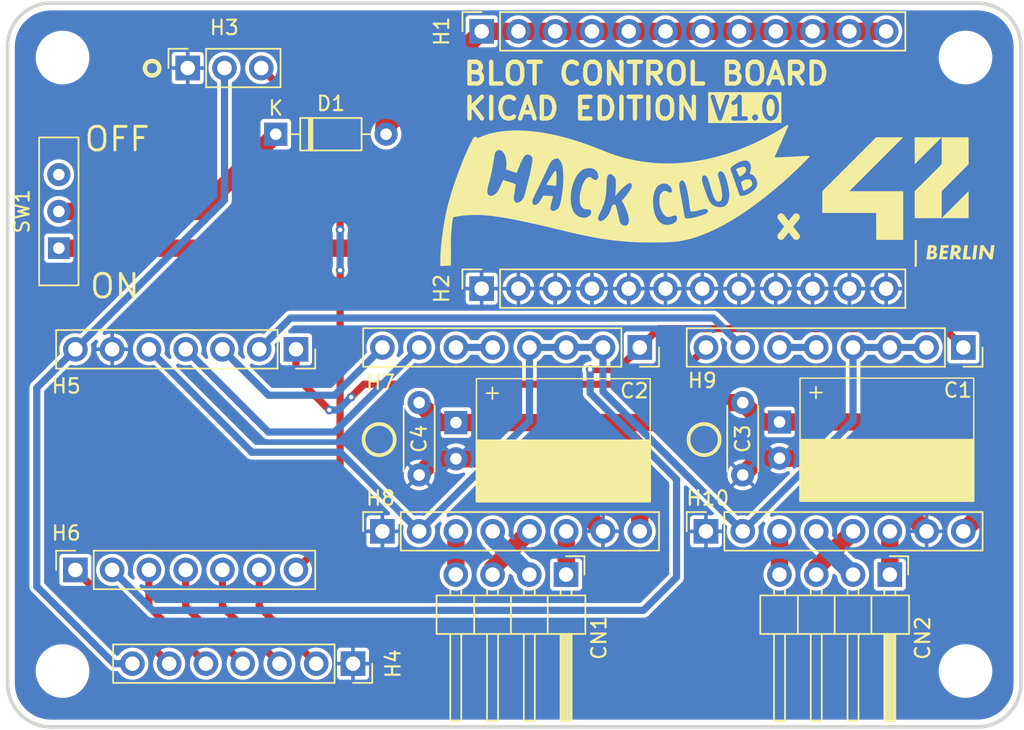
<source format=kicad_pcb>
(kicad_pcb (version 20240108) (generator "pcbnew") (generator_version "8.0")
  (layers (0 "F.Cu" signal "TopLayer") (31 "B.Cu" signal "BottomLayer") (34 "B.Paste" user "BottomPasteMaskLayer") (35 "F.Paste" user "TopPasteMaskLayer") (36 "B.SilkS" user "BottomSilkLayer") (37 "F.SilkS" user "TopSilkLayer") (38 "B.Mask" user "BottomSolderMaskLayer") (39 "F.Mask" user "TopSolderMaskLayer") (44 "Edge.Cuts" user "BoardOutLine"))
  (net 0 "")
  (net 1 "A8")
  (net 2 "+3V3")
  (net 3 "U3-1A")
  (net 4 "U2-1A")
  (net 5 "A7")
  (net 6 "ENABLE")
  (net 7 "A6")
  (net 8 "A9")
  (net 9 "A10")
  (net 10 "+5V")
  (net 11 "GND")
  (net 12 "+9V")
  (net 13 "U3-2A")
  (net 14 "U2-2A")
  (net 15 "U2-1B")
  (net 16 "U2-2B")
  (net 17 "U3-1B")
  (net 18 "U3-2B")
  (net 19 "DAC")
  (net 20 "A2")
  (net 21 "A3")
  (net 22 "SDA")
  (net 23 "SCL")
  (net 24 "Net-(D1-Pad2)")
  (net 25 "Net-(D1-Pad1)")
  (net 27 "Net-(H7-Pad5)")
  (net 28 "Net-(H9-Pad5)")
  (footprint "Connector_PinSocket_2.54mm:PinSocket_1x08_P2.54mm_Vertical" (layer "F.Cu") (at 135.908 116.538 90)
    (property "Reference" "H8" (at 2.286 -0.127 180) (layer "F.SilkS"))
    (property "Value" "PM254-1-08-Z-8.5")
    (pad "1" thru_hole rect (at 0 0 90) (size 1.7 1.7) (drill 1) (layers "*.Cu" "*.Mask") (net 11 "GND"))
    (pad "2" thru_hole oval (at 0 2.54 90) (size 1.7 1.7) (drill 1) (layers "*.Cu" "*.Mask") (net 2 "+3V3"))
    (pad "3" thru_hole oval (at 0 5.08 90) (size 1.7 1.7) (drill 1) (layers "*.Cu" "*.Mask") (net 15 "U2-1B"))
    (pad "4" thru_hole oval (at 0 7.62 90) (size 1.7 1.7) (drill 1) (layers "*.Cu" "*.Mask") (net 4 "U2-1A"))
    (pad "5" thru_hole oval (at 0 10.16 90) (size 1.7 1.7) (drill 1) (layers "*.Cu" "*.Mask") (net 14 "U2-2A"))
    (pad "6" thru_hole oval (at 0 12.7 90) (size 1.7 1.7) (drill 1) (layers "*.Cu" "*.Mask") (net 16 "U2-2B"))
    (pad "7" thru_hole oval (at 0 15.24 90) (size 1.7 1.7) (drill 1) (layers "*.Cu" "*.Mask") (net 11 "GND"))
    (pad "8" thru_hole oval (at 0 17.78 90) (size 1.7 1.7) (drill 1) (layers "*.Cu" "*.Mask") (net 12 "+9V"))
  )
  (footprint "Connector_PinSocket_2.54mm:PinSocket_1x07_P2.54mm_Vertical" (layer "F.Cu") (at 129.939 103.965 -90)
    (property "Reference" "H5" (at 2.54 15.875 180) (layer "F.SilkS"))
    (property "Value" "PM254-1-07-Z-8.5")
    (pad "1" thru_hole rect (at 0 0 270) (size 1.7 1.7) (drill 1) (layers "*.Cu" "*.Mask") (net 5 "A7"))
    (pad "2" thru_hole oval (at 0 2.54 270) (size 1.7 1.7) (drill 1) (layers "*.Cu" "*.Mask") (net 1 "A8"))
    (pad "3" thru_hole oval (at 0 5.08 270) (size 1.7 1.7) (drill 1) (layers "*.Cu" "*.Mask") (net 8 "A9"))
    (pad "4" thru_hole oval (at 0 7.62 270) (size 1.7 1.7) (drill 1) (layers "*.Cu" "*.Mask") (net 9 "A10"))
    (pad "5" thru_hole oval (at 0 10.16 270) (size 1.7 1.7) (drill 1) (layers "*.Cu" "*.Mask") (net 2 "+3V3"))
    (pad "6" thru_hole oval (at 0 12.7 270) (size 1.7 1.7) (drill 1) (layers "*.Cu" "*.Mask") (net 11 "GND"))
    (pad "7" thru_hole oval (at 0 15.24 270) (size 1.7 1.7) (drill 1) (layers "*.Cu" "*.Mask") (net 10 "+5V"))
  )
  (footprint "Capacitor_THT:C_Disc_D4.3mm_W1.9mm_P5.00mm" (layer "F.Cu") (at 138.448 107.648 -90)
    (property "Reference" "C4" (at 2.5 0 90) (layer "F.SilkS"))
    (property "Value" "100nF")
    (pad "1" thru_hole circle (at 0 0 270) (size 1.6 1.6) (drill 0.8) (layers "*.Cu" "*.Mask") (net 12 "+9V"))
    (pad "2" thru_hole circle (at 5 0 270) (size 1.6 1.6) (drill 0.8) (layers "*.Cu" "*.Mask") (net 11 "GND"))
  )
  (footprint "Connector_PinHeader_2.54mm:PinHeader_1x04_P2.54mm_Horizontal" (layer "F.Cu") (at 170.96 119.529 -90)
    (property "Reference" "CN2" (at 4.385 -2.27 90) (layer "F.SilkS"))
    (property "Value" "2510-4AW")
    (pad "1" thru_hole rect (at 0 0 270) (size 1.7 1.7) (drill 1) (layers "*.Cu" "*.Mask") (net 18 "U3-2B"))
    (pad "2" thru_hole oval (at 0 2.54 270) (size 1.7 1.7) (drill 1) (layers "*.Cu" "*.Mask") (net 3 "U3-1A"))
    (pad "3" thru_hole oval (at 0 5.08 270) (size 1.7 1.7) (drill 1) (layers "*.Cu" "*.Mask") (net 13 "U3-2A"))
    (pad "4" thru_hole oval (at 0 7.62 270) (size 1.7 1.7) (drill 1) (layers "*.Cu" "*.Mask") (net 17 "U3-1B"))
  )
  (footprint "Library:HOLE-3.2MM" (layer "F.Cu") (at 176.1899 126.19)
    (property "Reference" "PAD1" (hide yes))
    (property "Value" "HOLE3.2" (hide yes))
    (pad "" np_thru_hole circle (at 0 0) (size 3.1998 3.1998) (drill 3.1998) (layers "F&B.Cu" "*.Mask"))
  )
  (footprint "Diode_THT:D_DO-35_SOD27_P7.62mm_Horizontal" (layer "F.Cu") (at 128.542 89.106)
    (property "Reference" "D1" (at 3.81 -2.12 0) (layer "F.SilkS"))
    (property "Value" "1N5819")
    (fp_text user "K" (at 0 -1.8 0) (layer "F.SilkS"))
    (pad "1" thru_hole rect (at 0 0) (size 1.6 1.6) (drill 0.8) (layers "*.Cu" "*.Mask") (net 25 "Net-(D1-Pad1)"))
    (pad "2" thru_hole oval (at 7.62 0) (size 1.6 1.6) (drill 0.8) (layers "*.Cu" "*.Mask") (net 24 "Net-(D1-Pad2)"))
  )
  (footprint "Connector_PinSocket_2.54mm:PinSocket_1x07_P2.54mm_Vertical" (layer "F.Cu") (at 114.699 119.205 90)
    (property "Reference" "H6" (at 2.54 -0.635 180) (layer "F.SilkS"))
    (property "Value" "PM254-1-07-Z-8.5")
    (pad "1" thru_hole rect (at 0 0 90) (size 1.7 1.7) (drill 1) (layers "*.Cu" "*.Mask") (net 19 "DAC"))
    (pad "2" thru_hole oval (at 0 2.54 90) (size 1.7 1.7) (drill 1) (layers "*.Cu" "*.Mask") (net 6 "ENABLE"))
    (pad "3" thru_hole oval (at 0 5.08 90) (size 1.7 1.7) (drill 1) (layers "*.Cu" "*.Mask") (net 20 "A2"))
    (pad "4" thru_hole oval (at 0 7.62 90) (size 1.7 1.7) (drill 1) (layers "*.Cu" "*.Mask") (net 21 "A3"))
    (pad "5" thru_hole oval (at 0 10.16 90) (size 1.7 1.7) (drill 1) (layers "*.Cu" "*.Mask") (net 22 "SDA"))
    (pad "6" thru_hole oval (at 0 12.7 90) (size 1.7 1.7) (drill 1) (layers "*.Cu" "*.Mask") (net 23 "SCL"))
    (pad "7" thru_hole oval (at 0 15.24 90) (size 1.7 1.7) (drill 1) (layers "*.Cu" "*.Mask") (net 7 "A6"))
  )
  (footprint "Connector_PinSocket_2.54mm:PinSocket_1x07_P2.54mm_Vertical" (layer "F.Cu") (at 133.876 125.682 -90)
    (property "Reference" "H4" (at 0 -2.77 90) (layer "F.SilkS"))
    (property "Value" "PM254-1-07-Z-8.5" (hide yes))
    (pad "1" thru_hole rect (at 0 0 270) (size 1.7 1.7) (drill 1) (layers "*.Cu" "*.Mask") (net 11 "GND"))
    (pad "2" thru_hole oval (at 0 2.54 270) (size 1.7 1.7) (drill 1) (layers "*.Cu" "*.Mask") (net 23 "SCL"))
    (pad "3" thru_hole oval (at 0 5.08 270) (size 1.7 1.7) (drill 1) (layers "*.Cu" "*.Mask") (net 22 "SDA"))
    (pad "4" thru_hole oval (at 0 7.62 270) (size 1.7 1.7) (drill 1) (layers "*.Cu" "*.Mask") (net 21 "A3"))
    (pad "5" thru_hole oval (at 0 10.16 270) (size 1.7 1.7) (drill 1) (layers "*.Cu" "*.Mask") (net 20 "A2"))
    (pad "6" thru_hole oval (at 0 12.7 270) (size 1.7 1.7) (drill 1) (layers "*.Cu" "*.Mask") (net 19 "DAC"))
    (pad "7" thru_hole oval (at 0 15.24 270) (size 1.7 1.7) (drill 1) (layers "*.Cu" "*.Mask") (net 10 "+5V"))
  )
  (footprint "Capacitor_THT:C_Disc_D4.3mm_W1.9mm_P5.00mm" (layer "F.Cu") (at 160.8 107.648 -90)
    (property "Reference" "C3" (at 2.5 0 90) (layer "F.SilkS"))
    (property "Value" "100nF")
    (pad "1" thru_hole circle (at 0 0 270) (size 1.6 1.6) (drill 0.8) (layers "*.Cu" "*.Mask") (net 12 "+9V"))
    (pad "2" thru_hole circle (at 5 0 270) (size 1.6 1.6) (drill 0.8) (layers "*.Cu" "*.Mask") (net 11 "GND"))
  )
  (footprint "Connector_PinSocket_2.54mm:PinSocket_1x08_P2.54mm_Vertical" (layer "F.Cu") (at 158.26 116.538 90)
    (property "Reference" "H10" (at 2.286 0.127 180) (layer "F.SilkS"))
    (property "Value" "PM254-1-08-Z-8.5")
    (pad "1" thru_hole rect (at 0 0 90) (size 1.7 1.7) (drill 1) (layers "*.Cu" "*.Mask") (net 11 "GND"))
    (pad "2" thru_hole oval (at 0 2.54 90) (size 1.7 1.7) (drill 1) (layers "*.Cu" "*.Mask") (net 2 "+3V3"))
    (pad "3" thru_hole oval (at 0 5.08 90) (size 1.7 1.7) (drill 1) (layers "*.Cu" "*.Mask") (net 17 "U3-1B"))
    (pad "4" thru_hole oval (at 0 7.62 90) (size 1.7 1.7) (drill 1) (layers "*.Cu" "*.Mask") (net 3 "U3-1A"))
    (pad "5" thru_hole oval (at 0 10.16 90) (size 1.7 1.7) (drill 1) (layers "*.Cu" "*.Mask") (net 13 "U3-2A"))
    (pad "6" thru_hole oval (at 0 12.7 90) (size 1.7 1.7) (drill 1) (layers "*.Cu" "*.Mask") (net 18 "U3-2B"))
    (pad "7" thru_hole oval (at 0 15.24 90) (size 1.7 1.7) (drill 1) (layers "*.Cu" "*.Mask") (net 11 "GND"))
    (pad "8" thru_hole oval (at 0 17.78 90) (size 1.7 1.7) (drill 1) (layers "*.Cu" "*.Mask") (net 12 "+9V"))
  )
  (footprint "Library:HOLE-3.2MM" (layer "F.Cu") (at 113.81 126.19)
    (property "Reference" "PAD4" (hide yes))
    (property "Value" "HOLE3.2" (hide yes))
    (pad "" np_thru_hole circle (at 0 0) (size 3.1998 3.1998) (drill 3.1998) (layers "F&B.Cu" "*.Mask"))
  )
  (footprint "Library:HOLE-3.2MM" (layer "F.Cu") (at 113.81 83.8101)
    (property "Reference" "PAD3" (hide yes))
    (property "Value" "HOLE3.2" (hide yes))
    (pad "" np_thru_hole circle (at 0 0) (size 3.1998 3.1998) (drill 3.1998) (layers "F&B.Cu" "*.Mask"))
  )
  (footprint "Library:CP_Radial_D8.0mm_P2.50mm_Horizontal_Mirrored" (layer "F.Cu") (at 140.988 111.458 90)
    (property "Reference" "C2" (at 4.629 12.319 180) (layer "F.SilkS"))
    (property "Value" "100uF")
    (pad "1" thru_hole rect (at 2.43 0 90) (size 1.6 1.6) (drill 0.8) (layers "*.Cu" "*.Mask") (net 12 "+9V"))
    (pad "2" thru_hole circle (at -0.07 0 90) (size 1.6 1.6) (drill 0.8) (layers "*.Cu" "*.Mask") (net 11 "GND"))
  )
  (footprint "Connector_PinSocket_2.54mm:PinSocket_1x12_P2.54mm_Vertical" (layer "F.Cu") (at 142.766 82.0001 90)
    (property "Reference" "H1" (at 0 -2.77 90) (layer "F.SilkS"))
    (property "Value" "KH-2.54FH-1X12P-H8.5" (hide yes))
    (pad "1" thru_hole rect (at 0 0 90) (size 1.7 1.7) (drill 1) (layers "*.Cu" "*.Mask") (net 24 "Net-(D1-Pad2)"))
    (pad "2" thru_hole oval (at 0 2.54 90) (size 1.7 1.7) (drill 1) (layers "*.Cu" "*.Mask") (net 24 "Net-(D1-Pad2)"))
    (pad "3" thru_hole oval (at 0 5.08 90) (size 1.7 1.7) (drill 1) (layers "*.Cu" "*.Mask") (net 24 "Net-(D1-Pad2)"))
    (pad "4" thru_hole oval (at 0 7.62 90) (size 1.7 1.7) (drill 1) (layers "*.Cu" "*.Mask") (net 24 "Net-(D1-Pad2)"))
    (pad "5" thru_hole oval (at 0 10.16 90) (size 1.7 1.7) (drill 1) (layers "*.Cu" "*.Mask") (net 24 "Net-(D1-Pad2)"))
    (pad "6" thru_hole oval (at 0 12.7 90) (size 1.7 1.7) (drill 1) (layers "*.Cu" "*.Mask") (net 24 "Net-(D1-Pad2)"))
    (pad "7" thru_hole oval (at 0 15.24 90) (size 1.7 1.7) (drill 1) (layers "*.Cu" "*.Mask") (net 24 "Net-(D1-Pad2)"))
    (pad "8" thru_hole oval (at 0 17.78 90) (size 1.7 1.7) (drill 1) (layers "*.Cu" "*.Mask") (net 24 "Net-(D1-Pad2)"))
    (pad "9" thru_hole oval (at 0 20.32 90) (size 1.7 1.7) (drill 1) (layers "*.Cu" "*.Mask") (net 24 "Net-(D1-Pad2)"))
    (pad "10" thru_hole oval (at 0 22.86 90) (size 1.7 1.7) (drill 1) (layers "*.Cu" "*.Mask") (net 24 "Net-(D1-Pad2)"))
    (pad "11" thru_hole oval (at 0 25.4 90) (size 1.7 1.7) (drill 1) (layers "*.Cu" "*.Mask") (net 24 "Net-(D1-Pad2)"))
    (pad "12" thru_hole oval (at 0 27.94 90) (size 1.7 1.7) (drill 1) (layers "*.Cu" "*.Mask") (net 24 "Net-(D1-Pad2)"))
  )
  (footprint "graphics:hcflag" (layer "F.Cu") (at 152.664592 93.330867)
    (property "Reference" "G***" (hide yes))
    (property "Value" "LOGO" (hide yes))
  )
  (footprint "Connector_PinHeader_2.54mm:PinHeader_1x04_P2.54mm_Horizontal" (layer "F.Cu") (at 148.598 119.529 -90)
    (property "Reference" "CN1" (at 4.385 -2.27 90) (layer "F.SilkS"))
    (property "Value" "2510-4AW")
    (pad "1" thru_hole rect (at 0 0 270) (size 1.7 1.7) (drill 1) (layers "*.Cu" "*.Mask") (net 16 "U2-2B"))
    (pad "2" thru_hole oval (at 0 2.54 270) (size 1.7 1.7) (drill 1) (layers "*.Cu" "*.Mask") (net 4 "U2-1A"))
    (pad "3" thru_hole oval (at 0 5.08 270) (size 1.7 1.7) (drill 1) (layers "*.Cu" "*.Mask") (net 14 "U2-2A"))
    (pad "4" thru_hole oval (at 0 7.62 270) (size 1.7 1.7) (drill 1) (layers "*.Cu" "*.Mask") (net 15 "U2-1B"))
  )
  (footprint "Library:HOLE-3.2MM" (layer "F.Cu") (at 176.1899 83.8101)
    (property "Reference" "PAD2" (hide yes))
    (property "Value" "HOLE3.2" (hide yes))
    (pad "" np_thru_hole circle (at 0 0) (size 3.1998 3.1998) (drill 3.1998) (layers "F&B.Cu" "*.Mask"))
  )
  (footprint "Connector_PinSocket_2.54mm:PinSocket_1x08_P2.54mm_Vertical" (layer "F.Cu") (at 153.688 103.8381 -90)
    (property "Reference" "H7" (at 2.4129 17.907 180) (layer "F.SilkS"))
    (property "Value" "PM254-1-08-Z-8.5")
    (pad "1" thru_hole rect (at 0 0 270) (size 1.7 1.7) (drill 1) (layers "*.Cu" "*.Mask") (net 6 "ENABLE"))
    (pad "2" thru_hole oval (at 0 2.54 270) (size 1.7 1.7) (drill 1) (layers "*.Cu" "*.Mask") (net 2 "+3V3"))
    (pad "3" thru_hole oval (at 0 5.08 270) (size 1.7 1.7) (drill 1) (layers "*.Cu" "*.Mask") (net 2 "+3V3"))
    (pad "4" thru_hole oval (at 0 7.62 270) (size 1.7 1.7) (drill 1) (layers "*.Cu" "*.Mask") (net 2 "+3V3"))
    (pad "5" thru_hole oval (at 0 10.16 270) (size 1.7 1.7) (drill 1) (layers "*.Cu" "*.Mask") (net 27 "Net-(H7-Pad5)"))
    (pad "6" thru_hole oval (at 0 12.7 270) (size 1.7 1.7) (drill 1) (layers "*.Cu" "*.Mask") (net 27 "Net-(H7-Pad5)"))
    (pad "7" thru_hole oval (at 0 15.24 270) (size 1.7 1.7) (drill 1) (layers "*.Cu" "*.Mask") (net 9 "A10"))
    (pad "8" thru_hole oval (at 0 17.78 270) (size 1.7 1.7) (drill 1) (layers "*.Cu" "*.Mask") (net 8 "A9"))
  )
  (footprint "Connector_PinSocket_2.54mm:PinSocket_1x12_P2.54mm_Vertical" (layer "F.Cu") (at 142.766 99.774 90)
    (property "Reference" "H2" (at 0 -2.77 90) (layer "F.SilkS"))
    (property "Value" "KH-2.54FH-1X12P-H8.5" (hide yes))
    (pad "1" thru_hole rect (at 0 0 90) (size 1.7 1.7) (drill 1) (layers "*.Cu" "*.Mask") (net 11 "GND"))
    (pad "2" thru_hole oval (at 0 2.54 90) (size 1.7 1.7) (drill 1) (layers "*.Cu" "*.Mask") (net 11 "GND"))
    (pad "3" thru_hole oval (at 0 5.08 90) (size 1.7 1.7) (drill 1) (layers "*.Cu" "*.Mask") (net 11 "GND"))
    (pad "4" thru_hole oval (at 0 7.62 90) (size 1.7 1.7) (drill 1) (layers "*.Cu" "*.Mask") (net 11 "GND"))
    (pad "5" thru_hole oval (at 0 10.16 90) (size 1.7 1.7) (drill 1) (layers "*.Cu" "*.Mask") (net 11 "GND"))
    (pad "6" thru_hole oval (at 0 12.7 90) (size 1.7 1.7) (drill 1) (layers "*.Cu" "*.Mask") (net 11 "GND"))
    (pad "7" thru_hole oval (at 0 15.24 90) (size 1.7 1.7) (drill 1) (layers "*.Cu" "*.Mask") (net 11 "GND"))
    (pad "8" thru_hole oval (at 0 17.78 90) (size 1.7 1.7) (drill 1) (layers "*.Cu" "*.Mask") (net 11 "GND"))
    (pad "9" thru_hole oval (at 0 20.32 90) (size 1.7 1.7) (drill 1) (layers "*.Cu" "*.Mask") (net 11 "GND"))
    (pad "10" thru_hole oval (at 0 22.86 90) (size 1.7 1.7) (drill 1) (layers "*.Cu" "*.Mask") (net 11 "GND"))
    (pad "11" thru_hole oval (at 0 25.4 90) (size 1.7 1.7) (drill 1) (layers "*.Cu" "*.Mask") (net 11 "GND"))
    (pad "12" thru_hole oval (at 0 27.94 90) (size 1.7 1.7) (drill 1) (layers "*.Cu" "*.Mask") (net 11 "GND"))
  )
  (footprint "Library:CP_Radial_D8.0mm_P2.50mm_Horizontal_Mirrored" (layer "F.Cu") (at 163.34 111.418 90)
    (property "Reference" "C1" (at 4.629 12.319 180) (layer "F.SilkS"))
    (property "Value" "100uF")
    (pad "1" thru_hole rect (at 2.43 0 90) (size 1.6 1.6) (drill 0.8) (layers "*.Cu" "*.Mask") (net 12 "+9V"))
    (pad "2" thru_hole circle (at -0.07 0 90) (size 1.6 1.6) (drill 0.8) (layers "*.Cu" "*.Mask") (net 11 "GND"))
  )
  (footprint "Connector_PinSocket_2.54mm:PinSocket_1x03_P2.54mm_Vertical" (layer "F.Cu") (at 122.461 84.534 90)
    (property "Reference" "H3" (at 2.794 2.525 180) (layer "F.SilkS"))
    (property "Value" "Header-Male-2.54_1x3" (hide yes))
    (pad "1" thru_hole rect (at 0 0 90) (size 1.7 1.7) (drill 1) (layers "*.Cu" "*.Mask") (net 11 "GND"))
    (pad "2" thru_hole oval (at 0 2.54 90) (size 1.7 1.7) (drill 1) (layers "*.Cu" "*.Mask") (net 10 "+5V"))
    (pad "3" thru_hole oval (at 0 5.08 90) (size 1.7 1.7) (drill 1) (layers "*.Cu" "*.Mask") (net 7 "A6"))
  )
  (footprint "Connector_PinSocket_2.54mm:PinSocket_1x08_P2.54mm_Vertical" (layer "F.Cu") (at 176.04 103.838 -90)
    (property "Reference" "H9" (at 2.286 18.034 180) (layer "F.SilkS"))
    (property "Value" "PM254-1-08-Z-8.5")
    (pad "1" thru_hole rect (at 0 0 270) (size 1.7 1.7) (drill 1) (layers "*.Cu" "*.Mask") (net 6 "ENABLE"))
    (pad "2" thru_hole oval (at 0 2.54 270) (size 1.7 1.7) (drill 1) (layers "*.Cu" "*.Mask") (net 2 "+3V3"))
    (pad "3" thru_hole oval (at 0 5.08 270) (size 1.7 1.7) (drill 1) (layers "*.Cu" "*.Mask") (net 2 "+3V3"))
    (pad "4" thru_hole oval (at 0 7.62 270) (size 1.7 1.7) (drill 1) (layers "*.Cu" "*.Mask") (net 2 "+3V3"))
    (pad "5" thru_hole oval (at 0 10.16 270) (size 1.7 1.7) (drill 1) (layers "*.Cu" "*.Mask") (net 28 "Net-(H9-Pad5)"))
    (pad "6" thru_hole oval (at 0 12.7 270) (size 1.7 1.7) (drill 1) (layers "*.Cu" "*.Mask") (net 28 "Net-(H9-Pad5)"))
    (pad "7" thru_hole oval (at 0 15.24 270) (size 1.7 1.7) (drill 1) (layers "*.Cu" "*.Mask") (net 1 "A8"))
    (pad "8" thru_hole oval (at 0 17.78 270) (size 1.7 1.7) (drill 1) (layers "*.Cu" "*.Mask") (net 5 "A7"))
  )
  (footprint "Library:SW_Slide-03_Wuerth-WS-SLTV_10x2.5x6.4_P2.54mm_Pins_1_2_Reversed" (layer "F.Cu") (at 113.556 94.44 90)
    (property "Reference" "SW1" (at 0 -2.54 90) (layer "F.SilkS"))
    (property "Value" "SS-12D10L5")
    (pad "1" thru_hole rect (at -2.54 0 90) (size 1.5 1.5) (drill 0.8) (layers "*.Cu" "*.Mask") (net 12 "+9V"))
    (pad "2" thru_hole circle (at 0 0 90) (size 1.6 1.6) (drill 0.8) (layers "*.Cu" "*.Mask") (net 25 "Net-(D1-Pad1)"))
    (pad "3" thru_hole circle (at 2.54 0 90) (size 1.6 1.6) (drill 0.8) (layers "*.Cu" "*.Mask"))
  )
  (gr_poly (pts (xy 173.84475 96.768477) (xy 173.881022 96.768938) (xy 173.913856 96.769763) (xy 173.943491 96.770995) (xy 173.970168 96.77268) (xy 173.994128 96.774863) (xy 174.01561 96.777588) (xy 174.025497 96.779168) (xy 174.034855 96.7809) (xy 174.043714 96.782791) (xy 174.052104 96.784846) (xy 174.060054 96.78707) (xy 174.067595 96.789468) (xy 174.074758 96.792048) (xy 174.081571 96.794814) (xy 174.088065 96.797771) (xy 174.094271 96.800926) (xy 174.100217 96.804284) (xy 174.105935 96.807851) (xy 174.111454 96.811632) (xy 174.116804 96.815633) (xy 174.122015 96.81986) (xy 174.127118 96.824318) (xy 174.137117 96.833949) (xy 174.145365 96.842957) (xy 174.153047 96.852131) (xy 174.160169 96.861492) (xy 174.166733 96.871057) (xy 174.172746 96.880846) (xy 174.178211 96.890876) (xy 174.183134 96.901167) (xy 174.187519 96.911737) (xy 174.191371 96.922605) (xy 174.194694 96.933789) (xy 174.197493 96.945307) (xy 174.199773 96.957179) (xy 174.201538 96.969424) (xy 174.202792 96.982059) (xy 174.203542 96.995103) (xy 174.203791 97.008575) (xy 174.203362 97.023657) (xy 174.202098 97.038692) (xy 174.200031 97.053609) (xy 174.197193 97.068338) (xy 174.193617 97.082806) (xy 174.189336 97.096942) (xy 174.184382 97.110675) (xy 174.178788 97.123933) (xy 174.172586 97.136646) (xy 174.165809 97.148742) (xy 174.158489 97.16015) (xy 174.15066 97.170797) (xy 174.142352 97.180614) (xy 174.13803 97.185189) (xy 174.1336 97.189529) (xy 174.129067 97.193626) (xy 174.124436 97.19747) (xy 174.119709 97.201053) (xy 174.114891 97.204366) (xy 174.106877 97.209482) (xy 174.099893 97.214133) (xy 174.093925 97.218354) (xy 174.091319 97.220313) (xy 174.088962 97.222176) (xy 174.086854 97.223948) (xy 174.084991 97.225633) (xy 174.083374 97.227234) (xy 174.082 97.228756) (xy 174.080868 97.230202) (xy 174.079977 97.231578) (xy 174.079324 97.232886) (xy 174.078908 97.234132) (xy 174.078728 97.235319) (xy 174.078782 97.23645) (xy 174.079069 97.237532) (xy 174.079586 97.238566) (xy 174.080333 97.239558) (xy 174.081308 97.240511) (xy 174.082509 97.241429) (xy 174.083935 97.242318) (xy 174.085584 97.24318) (xy 174.087455 97.244019) (xy 174.089546 97.244841) (xy 174.091856 97.245648) (xy 174.097125 97.247236) (xy 174.103249 97.248817) (xy 174.107563 97.250086) (xy 174.111965 97.251701) (xy 174.120981 97.255913) (xy 174.130201 97.261344) (xy 174.13953 97.267883) (xy 174.148872 97.275421) (xy 174.15813 97.283847) (xy 174.167208 97.293051) (xy 174.17601 97.302924) (xy 174.18444 97.313354) (xy 174.192402 97.324233) (xy 174.199799 97.33545) (xy 174.206536 97.346894) (xy 174.212517 97.358456) (xy 174.217645 97.370027) (xy 174.221824 97.381494) (xy 174.224958 97.39275) (xy 174.226959 97.40176) (xy 174.228599 97.410922) (xy 174.23082 97.42963) (xy 174.231665 97.448742) (xy 174.231176 97.468123) (xy 174.229397 97.48764) (xy 174.226372 97.507161) (xy 174.222144 97.526552) (xy 174.216756 97.545679) (xy 174.210252 97.564409) (xy 174.202675 97.582609) (xy 174.194069 97.600145) (xy 174.184477 97.616885) (xy 174.173942 97.632694) (xy 174.162508 97.64744) (xy 174.150219 97.660989) (xy 174.143766 97.667273) (xy 174.137117 97.673208) (xy 174.123254 97.684831) (xy 174.109953 97.69515) (xy 174.096786 97.70425) (xy 174.083323 97.712217) (xy 174.069135 97.719137) (xy 174.053791 97.725093) (xy 174.036863 97.730172) (xy 174.017921 97.734459) (xy 173.996536 97.738039) (xy 173.972279 97.740997) (xy 173.944719 97.743419) (xy 173.913427 97.74539) (xy 173.837932 97.748319) (xy 173.742358 97.750466) (xy 173.486242 97.7547) (xy 173.490475 97.729299) (xy 173.509128 97.581397) (xy 173.511779 97.559297) (xy 173.741099 97.559297) (xy 173.741105 97.561662) (xy 173.741293 97.562735) (xy 173.741614 97.563737) (xy 173.742076 97.56467) (xy 173.742688 97.565538) (xy 173.743455 97.566342) (xy 173.744386 97.567085) (xy 173.746769 97.568397) (xy 173.749899 97.569491) (xy 173.753834 97.570387) (xy 173.758636 97.571104) (xy 173.764365 97.571659) (xy 173.771082 97.572071) (xy 173.787719 97.572542) (xy 173.809033 97.572666) (xy 173.832275 97.572362) (xy 173.853636 97.571424) (xy 173.863635 97.570705) (xy 173.873192 97.569813) (xy 173.882317 97.568743) (xy 173.891021 97.56749) (xy 173.899312 97.56605) (xy 173.9072 97.564417) (xy 173.914695 97.562588) (xy 173.921807 97.560555) (xy 173.928546 97.558316) (xy 173.93492 97.555865) (xy 173.940941 97.553198) (xy 173.946616 97.550309) (xy 173.951957 97.547194) (xy 173.956973 97.543847) (xy 173.961673 97.540264) (xy 173.966067 97.536441) (xy 173.970166 97.532372) (xy 173.973977 97.528052) (xy 173.977512 97.523477) (xy 173.980781 97.518641) (xy 173.983791 97.513541) (xy 173.986554 97.50817) (xy 173.98908 97.502525) (xy 173.991376 97.4966) (xy 173.993455 97.490391) (xy 173.995324 97.483892) (xy 173.996994 97.477099) (xy 173.998475 97.470007) (xy 173.999272 97.465255) (xy 173.99988 97.460526) (xy 174.000301 97.455826) (xy 174.000538 97.45116) (xy 174.000593 97.446533) (xy 174.00047 97.441949) (xy 174.000171 97.437414) (xy 173.999698 97.432933) (xy 173.999055 97.428511) (xy 173.998245 97.424153) (xy 173.997269 97.419863) (xy 173.996131 97.415648) (xy 173.994833 97.411512) (xy 173.993378 97.40746) (xy 173.991769 97.403497) (xy 173.990008 97.399629) (xy 173.988098 97.395859) (xy 173.986043 97.392194) (xy 173.983844 97.388638) (xy 173.981504 97.385196) (xy 173.979026 97.381874) (xy 173.976413 97.378677) (xy 173.973668 97.375608) (xy 173.970793 97.372674) (xy 173.96779 97.36988) (xy 173.964663 97.36723) (xy 173.961415 97.36473) (xy 173.958047 97.362385) (xy 173.954563 97.360199) (xy 173.950966 97.358178) (xy 173.947258 97.356327) (xy 173.943441 97.35465) (xy 173.939381 97.353088) (xy 173.934774 97.351582) (xy 173.929668 97.350138) (xy 173.92411 97.348763) (xy 173.911834 97.346241) (xy 173.89833 97.344066) (xy 173.883982 97.342289) (xy 173.869176 97.340958) (xy 173.854296 97.340123) (xy 173.839725 97.339833) (xy 173.771992 97.339833) (xy 173.7667 97.373699) (xy 173.763822 97.392204) (xy 173.76035 97.416959) (xy 173.756877 97.444691) (xy 173.755327 97.45865) (xy 173.754 97.472125) (xy 173.750692 97.498252) (xy 173.747385 97.522395) (xy 173.744475 97.541776) (xy 173.743292 97.548812) (xy 173.742358 97.553616) (xy 173.741537 97.556621) (xy 173.741099 97.559297) (xy 173.511779 97.559297) (xy 173.547624 97.260458) (xy 173.560484 97.155766) (xy 173.791835 97.155766) (xy 173.791854 97.157532) (xy 173.791968 97.159151) (xy 173.792182 97.160629) (xy 173.792504 97.161973) (xy 173.792941 97.163189) (xy 173.7935 97.164284) (xy 173.794187 97.165264) (xy 173.79501 97.166134) (xy 173.795975 97.166903) (xy 173.79709 97.167575) (xy 173.798362 97.168158) (xy 173.799797 97.168658) (xy 173.801403 97.169081) (xy 173.803186 97.169434) (xy 173.807313 97.169954) (xy 173.812234 97.17027) (xy 173.818004 97.170432) (xy 173.832317 97.1705) (xy 173.838539 97.17042) (xy 173.8447 97.170181) (xy 173.850794 97.169786) (xy 173.856817 97.169237) (xy 173.862764 97.168537) (xy 173.868628 97.167688) (xy 173.874406 97.166694) (xy 173.88009 97.165556) (xy 173.885678 97.164276) (xy 173.891162 97.162858) (xy 173.896538 97.161304) (xy 173.901801 97.159617) (xy 173.906945 97.157798) (xy 173.911965 97.155851) (xy 173.916857 97.153778) (xy 173.921614 97.151582) (xy 173.926231 97.149265) (xy 173.930704 97.146829) (xy 173.935026 97.144278) (xy 173.939194 97.141613) (xy 173.943201 97.138837) (xy 173.947042 97.135953) (xy 173.950713 97.132963) (xy 173.954207 97.12987) (xy 173.95752 97.126676) (xy 173.960646 97.123384) (xy 173.963581 97.119996) (xy 173.966318 97.116514) (xy 173.968853 97.112943) (xy 173.97118 97.109283) (xy 173.973295 97.105537) (xy 173.975192 97.101708) (xy 173.979607 97.091993) (xy 173.983326 97.082673) (xy 173.986347 97.073722) (xy 173.987595 97.069376) (xy 173.988669 97.065113) (xy 173.989567 97.060929) (xy 173.99029 97.056821) (xy 173.990838 97.052785) (xy 173.991209 97.048818) (xy 173.991405 97.044918) (xy 173.991424 97.041079) (xy 173.991268 97.037301) (xy 173.990934 97.033578) (xy 173.990424 97.029908) (xy 173.989737 97.026287) (xy 173.988873 97.022712) (xy 173.987832 97.019181) (xy 173.986613 97.015689) (xy 173.985216 97.012233) (xy 173.983641 97.00881) (xy 173.981889 97.005416) (xy 173.979958 97.002049) (xy 173.977848 96.998705) (xy 173.97556 96.995381) (xy 173.973094 96.992073) (xy 173.970448 96.988779) (xy 173.967622 96.985494) (xy 173.961433 96.978941) (xy 173.956621 96.974237) (xy 173.952057 96.970026) (xy 173.947667 96.966284) (xy 173.943375 96.962984) (xy 173.939109 96.960099) (xy 173.934793 96.957603) (xy 173.930353 96.95547) (xy 173.925714 96.953674) (xy 173.920803 96.952187) (xy 173.915544 96.950984) (xy 173.909864 96.950039) (xy 173.903688 96.949324) (xy 173.896941 96.948814) (xy 173.889549 96.948483) (xy 173.881438 96.948303) (xy 173.872533 96.948249) (xy 173.815383 96.948249) (xy 173.807975 97.02445) (xy 173.804634 97.057143) (xy 173.801095 97.089141) (xy 173.799313 97.10367) (xy 173.797556 97.116574) (xy 173.795849 97.127371) (xy 173.794216 97.135574) (xy 173.792554 97.147103) (xy 173.792049 97.151767) (xy 173.791835 97.155766) (xy 173.560484 97.155766) (xy 173.587047 96.939519) (xy 173.605833 96.791616) (xy 173.608045 96.783931) (xy 173.609744 96.780821) (xy 173.612216 96.778155) (xy 173.615742 96.775899) (xy 173.620604 96.774017) (xy 173.627085 96.772477) (xy 173.635466 96.771243) (xy 173.646031 96.770282) (xy 173.65906 96.76956) (xy 173.693642 96.768696) (xy 173.804799 96.768333)) (stroke (width -0.000001)) (fill solid) (layer "F.SilkS"))
  (gr_poly (pts (xy 172.827958 98.260583) (xy 172.679791 98.260583) (xy 172.679791 96.4085) (xy 172.827958 96.4085)) (stroke (width -0.000001)) (fill solid) (layer "F.SilkS"))
  (gr_circle (center 120 84.55) (end 120.5022 84.55) (stroke (width 0.3)) (fill none) (layer "F.SilkS"))
  (gr_poly (pts (xy 175.025058 96.844533) (xy 175.021546 96.885299) (xy 175.01994 96.901455) (xy 175.017997 96.915077) (xy 175.015391 96.926381) (xy 175.013736 96.931229) (xy 175.011794 96.935579) (xy 175.009521 96.939455) (xy 175.006879 96.942885) (xy 175.003825 96.945896) (xy 175.000319 96.948514) (xy 174.99632 96.950767) (xy 174.991788 96.95268) (xy 174.98668 96.954281) (xy 174.980957 96.955596) (xy 174.9675 96.957476) (xy 174.95109 96.958535) (xy 174.9314 96.958986) (xy 174.908102 96.959044) (xy 174.849375 96.958833) (xy 174.692741 96.958833) (xy 174.687449 96.9927) (xy 174.684556 97.011005) (xy 174.680967 97.035165) (xy 174.677181 97.061904) (xy 174.673692 97.08795) (xy 174.667341 97.149333) (xy 174.978491 97.149333) (xy 174.9732 97.172617) (xy 174.971873 97.179053) (xy 174.970323 97.187797) (xy 174.96685 97.210716) (xy 174.965076 97.224148) (xy 174.963377 97.238398) (xy 174.961827 97.253095) (xy 174.9605 97.267866) (xy 174.953091 97.338775) (xy 174.797517 97.34195) (xy 174.643 97.345125) (xy 174.635591 97.403333) (xy 174.632714 97.429725) (xy 174.629241 97.458895) (xy 174.622892 97.511283) (xy 174.615483 97.562083) (xy 174.946741 97.562083) (xy 174.94145 97.585367) (xy 174.940122 97.591803) (xy 174.938572 97.600547) (xy 174.935099 97.623466) (xy 174.933326 97.636898) (xy 174.931627 97.651148) (xy 174.930076 97.665845) (xy 174.928749 97.680616) (xy 174.921341 97.752583) (xy 174.647233 97.752583) (xy 174.558275 97.752542) (xy 174.522115 97.752444) (xy 174.490996 97.752252) (xy 174.477209 97.752112) (xy 174.464541 97.751937) (xy 174.452944 97.751723) (xy 174.442371 97.751467) (xy 174.432774 97.751164) (xy 174.424107 97.750811) (xy 174.416323 97.750403) (xy 174.409373 97.749937) (xy 174.40321 97.749409) (xy 174.397788 97.748816) (xy 174.393058 97.748152) (xy 174.390939 97.747793) (xy 174.388975 97.747415) (xy 174.38716 97.747018) (xy 174.38549 97.746601) (xy 174.383957 97.746163) (xy 174.382556 97.745705) (xy 174.381281 97.745225) (xy 174.380126 97.744724) (xy 174.379085 97.7442) (xy 174.378152 97.743653) (xy 174.377322 97.743083) (xy 174.376588 97.74249) (xy 174.375944 97.741872) (xy 174.375385 97.74123) (xy 174.374905 97.740562) (xy 174.374498 97.739869) (xy 174.374157 97.739149) (xy 174.373877 97.738403) (xy 174.373653 97.73763) (xy 174.373477 97.736829) (xy 174.37325 97.735142) (xy 174.373148 97.733339) (xy 174.373125 97.731416) (xy 174.425115 97.279905) (xy 174.48425 96.8022) (xy 174.4906 96.768333) (xy 175.032466 96.768333)) (stroke (width -0.000001)) (fill solid) (layer "F.SilkS"))
  (gr_poly (pts (xy 175.368322 96.769259) (xy 175.4558 96.77045) (xy 175.524908 96.77163) (xy 175.553699 96.772257) (xy 175.579046 96.772947) (xy 175.60125 96.77373) (xy 175.620608 96.774635) (xy 175.637421 96.775693) (xy 175.651988 96.776932) (xy 175.664608 96.778382) (xy 175.675579 96.780072) (xy 175.680541 96.781016) (xy 175.685202 96.782032) (xy 175.689601 96.783122) (xy 175.693776 96.784291) (xy 175.697762 96.785542) (xy 175.701598 96.786878) (xy 175.70897 96.789824) (xy 175.71619 96.793158) (xy 175.723557 96.796908) (xy 175.742654 96.808116) (xy 175.760457 96.820455) (xy 175.776969 96.833846) (xy 175.792192 96.848212) (xy 175.806128 96.863474) (xy 175.818779 96.879554) (xy 175.830149 96.896373) (xy 175.840239 96.913854) (xy 175.849051 96.931917) (xy 175.856588 96.950485) (xy 175.862852 96.969479) (xy 175.867846 96.988822) (xy 175.871572 97.008434) (xy 175.874032 97.028237) (xy 175.875229 97.048154) (xy 175.875164 97.068106) (xy 175.87384 97.088014) (xy 175.87126 97.1078) (xy 175.867426 97.127387) (xy 175.86234 97.146695) (xy 175.856004 97.165647) (xy 175.848422 97.184164) (xy 175.839594 97.202167) (xy 175.829524 97.21958) (xy 175.818213 97.236322) (xy 175.805665 97.252317) (xy 175.791881 97.267485) (xy 175.776863 97.281749) (xy 175.760615 97.295029) (xy 175.743139 97.307249) (xy 175.724436 97.318329) (xy 175.704509 97.328191) (xy 175.643124 97.356766) (xy 175.764833 97.549383) (xy 175.811978 97.62512) (xy 175.85069 97.68776) (xy 175.8769 97.730953) (xy 175.884046 97.743273) (xy 175.885907 97.746766) (xy 175.886541 97.74835) (xy 175.885846 97.748734) (xy 175.883804 97.749092) (xy 175.875958 97.749722) (xy 175.847119 97.750599) (xy 175.804389 97.75088) (xy 175.752133 97.750466) (xy 175.618783 97.747291) (xy 175.506599 97.565258) (xy 175.484058 97.528524) (xy 175.462795 97.494234) (xy 175.443292 97.463143) (xy 175.426034 97.436009) (xy 175.411505 97.413588) (xy 175.400188 97.396636) (xy 175.392566 97.38591) (xy 175.390292 97.383118) (xy 175.389566 97.382406) (xy 175.389124 97.382166) (xy 175.38842 97.383105) (xy 175.387506 97.38586) (xy 175.385106 97.396437) (xy 175.382037 97.413141) (xy 175.378409 97.435215) (xy 175.369926 97.492448) (xy 175.36055 97.562083) (xy 175.356157 97.598519) (xy 175.351802 97.63271) (xy 175.34762 97.6639) (xy 175.343749 97.691332) (xy 175.340324 97.71425) (xy 175.337481 97.731896) (xy 175.335359 97.743515) (xy 175.33461 97.746828) (xy 175.334092 97.74835) (xy 175.332935 97.748734) (xy 175.330695 97.749092) (xy 175.323194 97.749722) (xy 175.312046 97.750229) (xy 175.297711 97.750599) (xy 175.261314 97.75088) (xy 175.217674 97.750466) (xy 175.107608 97.747291) (xy 175.167934 97.260458) (xy 175.173634 97.21495) (xy 175.402884 97.21495) (xy 175.468499 97.210716) (xy 175.48328 97.209211) (xy 175.497095 97.207452) (xy 175.51 97.205412) (xy 175.522045 97.20306) (xy 175.533284 97.200367) (xy 175.538618 97.198883) (xy 175.54377 97.197303) (xy 175.548747 97.195623) (xy 175.553555 97.193839) (xy 175.558201 97.191948) (xy 175.562692 97.189946) (xy 175.567034 97.18783) (xy 175.571234 97.185594) (xy 175.575298 97.183237) (xy 175.579233 97.180754) (xy 175.583045 97.178142) (xy 175.586742 97.175396) (xy 175.590329 97.172514) (xy 175.593813 97.169491) (xy 175.597202 97.166324) (xy 175.600501 97.163009) (xy 175.603717 97.159542) (xy 175.606856 97.155921) (xy 175.609926 97.15214) (xy 175.612933 97.148197) (xy 175.615883 97.144087) (xy 175.618783 97.139808) (xy 175.622675 97.133726) (xy 175.626215 97.127592) (xy 175.629406 97.121415) (xy 175.63225 97.115206) (xy 175.634749 97.108973) (xy 175.636905 97.102726) (xy 175.638721 97.096476) (xy 175.640198 97.090232) (xy 175.641338 97.084003) (xy 175.642145 97.077799) (xy 175.642619 97.07163) (xy 175.642763 97.065506) (xy 175.642579 97.059435) (xy 175.64207 97.053429) (xy 175.641237 97.047497) (xy 175.640082 97.041648) (xy 175.638608 97.035891) (xy 175.636817 97.030238) (xy 175.634711 97.024697) (xy 175.632291 97.019278) (xy 175.629561 97.013991) (xy 175.626522 97.008845) (xy 175.623177 97.00385) (xy 175.619527 96.999017) (xy 175.615575 96.994354) (xy 175.611323 96.989871) (xy 175.606772 96.985577) (xy 175.601926 96.981484) (xy 175.596786 96.9776) (xy 175.591354 96.973934) (xy 175.585633 96.970498) (xy 175.579624 96.9673) (xy 175.573242 96.964377) (xy 175.565376 96.96158) (xy 175.55628 96.958935) (xy 175.546205 96.956468) (xy 175.535404 96.954206) (xy 175.524131 96.952175) (xy 175.512637 96.950401) (xy 175.501176 96.948911) (xy 175.49 96.947731) (xy 175.479362 96.946888) (xy 175.469515 96.946407) (xy 175.460711 96.946315) (xy 175.453203 96.946639) (xy 175.447244 96.947404) (xy 175.444925 96.947961) (xy 175.443087 96.948638) (xy 175.441762 96.949438) (xy 175.440983 96.950366) (xy 175.4389 96.96214) (xy 175.434633 96.991377) (xy 175.421933 97.084775) (xy 175.402884 97.21495) (xy 175.173634 97.21495) (xy 175.229316 96.77045) (xy 175.234273 96.769755) (xy 175.247738 96.769259) (xy 175.29652 96.768862)) (stroke (width -0.000001)) (fill solid) (layer "F.SilkS"))
  (gr_circle (center 158.133 110.1999) (end 159.2097 110.1999) (stroke (width 0.254)) (fill none) (layer "F.SilkS"))
  (gr_poly (pts (xy 177.0052 96.807492) (xy 176.943816 97.299617) (xy 176.888784 97.752583) (xy 176.773425 97.752583) (xy 176.750586 97.752391) (xy 176.729223 97.751839) (xy 176.709819 97.750965) (xy 176.701003 97.750418) (xy 176.692859 97.749805) (xy 176.685446 97.74913) (xy 176.678826 97.748397) (xy 176.673058 97.747612) (xy 176.668203 97.746779) (xy 176.664322 97.745902) (xy 176.661475 97.744987) (xy 176.660458 97.744516) (xy 176.659722 97.744037) (xy 176.659275 97.743551) (xy 176.659124 97.743058) (xy 176.717333 97.261516) (xy 176.758343 96.925363) (xy 176.770911 96.820538) (xy 176.775541 96.778916) (xy 176.776035 96.777751) (xy 176.777507 96.776638) (xy 176.779943 96.775582) (xy 176.78333 96.774584) (xy 176.787653 96.773648) (xy 176.792898 96.772777) (xy 176.8061 96.771243) (xy 176.822825 96.770007) (xy 176.84296 96.769093) (xy 176.866394 96.768527) (xy 176.893016 96.768333) (xy 177.01155 96.768333)) (stroke (width -0.000001)) (fill solid) (layer "F.SilkS"))
  (gr_poly (pts (xy 176.405124 91.185625) (xy 175.473791 92.116958) (xy 174.542458 93.048291) (xy 174.542458 94.900375) (xy 175.473791 93.969041) (xy 176.405124 93.037708) (xy 176.405124 94.905667) (xy 172.679791 94.905667) (xy 172.679791 93.037708) (xy 173.611124 92.106375) (xy 174.542458 91.175042) (xy 174.542458 89.322958) (xy 173.611124 90.254292) (xy 172.679791 91.185625) (xy 172.679791 89.317667) (xy 176.405124 89.317667)) (stroke (width -0.000001)) (fill solid) (layer "F.SilkS"))
  (gr_poly (pts (xy 176.302467 97.130283) (xy 176.285235 97.27415) (xy 176.27098 97.396983) (xy 176.261092 97.485685) (xy 176.256958 97.527158) (xy 176.256958 97.562083) (xy 176.555409 97.562083) (xy 176.549058 97.623466) (xy 176.545569 97.649495) (xy 176.541782 97.676119) (xy 176.538194 97.699964) (xy 176.5353 97.717659) (xy 176.530008 97.752583) (xy 175.992374 97.752583) (xy 175.997666 97.728241) (xy 176.016452 97.581265) (xy 176.055874 97.260458) (xy 176.095298 96.939519) (xy 176.114083 96.791616) (xy 176.1151 96.787692) (xy 176.11627 96.784235) (xy 176.117743 96.781214) (xy 176.119672 96.778602) (xy 176.122209 96.776368) (xy 176.125505 96.774482) (xy 176.129713 96.772916) (xy 176.134985 96.77164) (xy 176.141472 96.770624) (xy 176.149326 96.76984) (xy 176.1587 96.769256) (xy 176.169745 96.768845) (xy 176.197456 96.768422) (xy 176.233675 96.768333) (xy 176.347974 96.768333)) (stroke (width -0.000001)) (fill solid) (layer "F.SilkS"))
  (gr_poly (pts (xy 177.293132 96.769854) (xy 177.333283 96.77045) (xy 177.434883 96.773624) (xy 177.652899 97.082658) (xy 177.737798 97.202845) (xy 177.80821 97.301204) (xy 177.856794 97.367813) (xy 177.870606 97.38611) (xy 177.87449 97.390965) (xy 177.876207 97.39275) (xy 177.878159 97.386464) (xy 177.881499 97.368458) (xy 177.891554 97.302395) (xy 177.904783 97.20478) (xy 177.919599 97.085833) (xy 177.935011 96.965894) (xy 177.948439 96.86689) (xy 177.958295 96.799041) (xy 177.961388 96.779994) (xy 177.962992 96.772567) (xy 177.964148 96.772183) (xy 177.966388 96.771825) (xy 177.973889 96.771194) (xy 177.985036 96.770688) (xy 177.999371 96.770318) (xy 178.035768 96.770036) (xy 178.079409 96.77045) (xy 178.189474 96.773624) (xy 178.129149 97.260458) (xy 178.067766 97.749408) (xy 178.067067 97.749793) (xy 178.065399 97.750152) (xy 178.059349 97.750797) (xy 178.049999 97.751343) (xy 178.037736 97.751789) (xy 178.006002 97.752385) (xy 177.967224 97.752583) (xy 177.866682 97.752583) (xy 177.641258 97.434024) (xy 177.415832 97.114408) (xy 177.377733 97.428734) (xy 177.362321 97.551004) (xy 177.348893 97.652042) (xy 177.339038 97.721329) (xy 177.335945 97.74078) (xy 177.334341 97.74835) (xy 177.333185 97.748734) (xy 177.330945 97.749092) (xy 177.323444 97.749722) (xy 177.312296 97.750229) (xy 177.297961 97.750599) (xy 177.261564 97.75088) (xy 177.217925 97.750466) (xy 177.1068 97.747291) (xy 177.168182 97.260458) (xy 177.211707 96.915839) (xy 177.225184 96.810253) (xy 177.230624 96.77045) (xy 177.232691 96.770103) (xy 177.238628 96.769854) (xy 177.260522 96.769656)) (stroke (width -0.000001)) (fill solid) (layer "F.SilkS"))
  (gr_poly (pts (xy 170.028667 91.180333) (xy 168.166 93.043) (xy 171.886041 93.043) (xy 171.886041 96.4085) (xy 170.023375 96.4085) (xy 170.021258 95.479282) (xy 170.018083 94.551125) (xy 168.158592 94.547949) (xy 166.298042 94.545833) (xy 166.298042 93.037708) (xy 168.157534 91.178217) (xy 170.018083 89.317667) (xy 171.891333 89.317667)) (stroke (width -0.000001)) (fill solid) (layer "F.SilkS"))
  (gr_circle (center 135.6832 110.2002) (end 136.7599 110.2002) (stroke (width 0.254)) (fill none) (layer "F.SilkS"))
  (gr_arc (start 177.0149 80.0491) (mid 179.13622 80.92778) (end 180.0149 83.0491) (stroke (width 0.254)) (layer "Edge.Cuts"))
  (gr_line (start 110.015 127.049) (end 110.015 83.0491) (stroke (width 0.254)) (layer "Edge.Cuts"))
  (gr_arc (start 113.015 130.049) (mid 110.89368 129.17032) (end 110.015 127.049) (stroke (width 0.254)) (layer "Edge.Cuts"))
  (gr_arc (start 110.015 83.0491) (mid 110.89368 80.92778) (end 113.015 80.0491) (stroke (width 0.254)) (layer "Edge.Cuts"))
  (gr_line (start 180.0149 83.0491) (end 180.0149 127.049) (stroke (width 0.254)) (layer "Edge.Cuts"))
  (gr_line (start 177.0149 130.049) (end 113.015 130.049) (stroke (width 0.254)) (layer "Edge.Cuts"))
  (gr_arc (start 180.0149 127.049) (mid 179.13622 129.17032) (end 177.0149 130.049) (stroke (width 0.254)) (layer "Edge.Cuts"))
  (gr_line (start 113.015 80.0491) (end 177.0149 80.0491) (stroke (width 0.254)) (layer "Edge.Cuts"))
  (gr_text "BLOT CONTROL BOARD\nKICAD EDITION" (at 141.369 88.217 0) (layer "F.SilkS") (effects (font (size 1.5 1.5) (thickness 0.3) (bold yes)) (justify left bottom)))
  (gr_text "V1.0" (at 158.387 88.217 0) (layer "F.SilkS" knockout) (effects (font (size 1.5 1.5) (thickness 0.3) (bold yes)) (justify left bottom)))
  (gr_text "ON" (at 115.588 98.6564 0) (layer "F.SilkS") (effects (font (size 1.6256 1.6256) (thickness 0.2032)) (justify left top)))
  (gr_text "OFF" (at 115.207 88.4964 0) (layer "F.SilkS") (effects (font (size 1.6256 1.6256) (thickness 0.2032)) (justify left top)))
  (gr_text "x" (at 165.110592 96.429667 0) (layer "F.SilkS") (effects (font (size 2 2) (thickness 0.5) (bold yes)) (justify left bottom mirror)))
  (segment (start 160.8 103.838) (end 158.768 101.806) (width 0.5) (layer "B.Cu") (net 1))
  (segment (start 129.558 101.806) (end 127.399 103.965) (width 0.5) (layer "B.Cu") (net 1))
  (segment (start 158.768 101.806) (end 129.558 101.806) (width 0.5) (layer "B.Cu") (net 1))
  (segment (start 132.987 111.077) (end 126.891 111.077) (width 0.5) (layer "B.Cu") (net 2))
  (segment (start 138.448 116.538) (end 146.068 108.918) (width 0.5) (layer "B.Cu") (net 2))
  (segment (start 151.148 106.886) (end 160.8 116.538) (width 0.5) (layer "B.Cu") (net 2))
  (segment (start 168.42 108.918) (end 168.42 103.838) (width 0.5) (layer "B.Cu") (net 2))
  (segment (start 170.96 103.838) (end 173.5 103.838) (width 0.5) (layer "B.Cu") (net 2))
  (segment (start 146.068 108.918) (end 146.068 103.8381) (width 0.5) (layer "B.Cu") (net 2))
  (segment (start 151.148 103.8381) (end 151.148 106.886) (width 0.5) (layer "B.Cu") (net 2))
  (segment (start 168.42 103.838) (end 170.96 103.838) (width 0.5) (layer "B.Cu") (net 2))
  (segment (start 138.448 116.538) (end 132.987 111.077) (width 0.5) (layer "B.Cu") (net 2))
  (segment (start 160.8 116.538) (end 168.42 108.918) (width 0.5) (layer "B.Cu") (net 2))
  (segment (start 126.891 111.077) (end 119.779 103.965) (width 0.5) (layer "B.Cu") (net 2))
  (segment (start 148.608 103.8381) (end 151.148 103.8381) (width 0.5) (layer "B.Cu") (net 2))
  (segment (start 146.068 103.8381) (end 148.608 103.8381) (width 0.5) (layer "B.Cu") (net 2))
  (segment (start 165.88 116.538) (end 166.007 116.538) (width 1.2) (layer "B.Cu") (net 3))
  (segment (start 165.88 116.538) (end 165.88 116.989) (width 1.2) (layer "B.Cu") (net 3))
  (segment (start 165.88 116.989) (end 168.42 119.529) (width 1.2) (layer "B.Cu") (net 3))
  (segment (start 143.528 116.538) (end 143.528 116.999) (width 1.2) (layer "B.Cu") (net 4))
  (segment (start 143.528 116.999) (end 146.058 119.529) (width 1.2) (layer "B.Cu") (net 4))
  (segment (start 143.528 116.538) (end 143.655 116.538) (width 1.2) (layer "B.Cu") (net 4))
  (segment (start 155.72 106.378) (end 134.638 106.378) (width 0.5) (layer "F.Cu") (net 5))
  (segment (start 134.638 106.378) (end 133.749 107.267) (width 0.5) (layer "F.Cu") (net 5))
  (segment (start 158.26 103.838) (end 155.72 106.378) (width 0.5) (layer "F.Cu") (net 5))
  (segment (start 132.237 108.156) (end 129.939 105.858) (width 0.5) (layer "F.Cu") (net 5))
  (segment (start 129.939 105.858) (end 129.939 103.965) (width 0.5) (layer "F.Cu") (net 5))
  (via (at 133.749 107.267) (size 0.6) (drill 0.3) (layers "F.Cu" "B.Cu") (net 5))
  (via (at 132.237 108.156) (size 0.6) (drill 0.3) (layers "F.Cu" "B.Cu") (net 5))
  (segment (start 132.86 108.156) (end 132.237 108.156) (width 0.5) (layer "B.Cu") (net 5))
  (segment (start 133.749 107.267) (end 132.86 108.156) (width 0.5) (layer "B.Cu") (net 5))
  (segment (start 176.04 103.838) (end 174.74 102.538) (width 0.5) (layer "F.Cu") (net 6))
  (segment (start 152.1641 105.362) (end 153.688 103.8381) (width 0.5) (layer "F.Cu") (net 6))
  (segment (start 154.9881 102.538) (end 153.688 103.8381) (width 0.5) (layer "F.Cu") (net 6))
  (segment (start 174.74 102.538) (end 154.9881 102.538) (width 0.5) (layer "F.Cu") (net 6))
  (segment (start 150.259 105.362) (end 152.1641 105.362) (width 0.5) (layer "F.Cu") (net 6))
  (via (at 150.259 105.362) (size 0.6) (drill 0.3) (layers "F.Cu" "B.Cu") (net 6))
  (segment (start 150.259 106.98695) (end 156.228 112.95595) (width 0.5) (layer "B.Cu") (net 6))
  (segment (start 156.228 112.95595) (end 156.228 119.713) (width 0.5) (layer "B.Cu") (net 6))
  (segment (start 150.259 105.362) (end 150.259 106.98695) (width 0.5) (layer "B.Cu") (net 6))
  (segment (start 120.033 121.999) (end 117.239 119.205) (width 0.5) (layer "B.Cu") (net 6))
  (segment (start 156.228 119.713) (end 153.942 121.999) (width 0.5) (layer "B.Cu") (net 6))
  (segment (start 153.942 121.999) (end 120.033 121.999) (width 0.5) (layer "B.Cu") (net 6))
  (segment (start 132.987 89.98) (end 127.541 84.534) (width 0.5) (layer "F.Cu") (net 7))
  (segment (start 129.939 119.205) (end 132.987 116.157) (width 0.5) (layer "F.Cu") (net 7))
  (segment (start 132.987 95.71) (end 132.987 89.98) (width 0.5) (layer "F.Cu") (net 7))
  (segment (start 132.987 116.157) (end 132.987 98.504) (width 0.5) (layer "F.Cu") (net 7))
  (via (at 132.987 95.71) (size 0.6) (drill 0.3) (layers "F.Cu" "B.Cu") (net 7))
  (via (at 132.987 98.504) (size 0.6) (drill 0.3) (layers "F.Cu" "B.Cu") (net 7))
  (segment (start 132.987 98.504) (end 132.987 95.71) (width 0.5) (layer "B.Cu") (net 7))
  (segment (start 132.6061 107.14) (end 135.908 103.8381) (width 0.5) (layer "B.Cu") (net 8))
  (segment (start 124.859 103.965) (end 128.034 107.14) (width 0.5) (layer "B.Cu") (net 8))
  (segment (start 128.034 107.14) (end 132.6061 107.14) (width 0.5) (layer "B.Cu") (net 8))
  (segment (start 122.319 103.965) (end 128.034 109.68) (width 0.5) (layer "B.Cu") (net 9))
  (segment (start 128.034 109.68) (end 132.6061 109.68) (width 0.5) (layer "B.Cu") (net 9))
  (segment (start 132.6061 109.68) (end 138.448 103.8381) (width 0.5) (layer "B.Cu") (net 9))
  (segment (start 118.636 125.682) (end 117.366 125.682) (width 0.5) (layer "B.Cu") (net 10))
  (segment (start 112.032 120.348) (end 112.032 106.632) (width 0.5) (layer "B.Cu") (net 10))
  (segment (start 114.699 103.965) (end 125.001 93.663) (width 0.5) (layer "B.Cu") (net 10))
  (segment (start 125.001 93.663) (end 125.001 84.534) (width 0.5) (layer "B.Cu") (net 10))
  (segment (start 117.366 125.682) (end 112.032 120.348) (width 0.5) (layer "B.Cu") (net 10))
  (segment (start 112.032 106.632) (end 114.699 103.965) (width 0.5) (layer "B.Cu") (net 10))
  (segment (start 146.138 111.528) (end 140.988 111.528) (width 1.2) (layer "F.Cu") (net 11))
  (segment (start 139.568 111.528) (end 138.448 112.648) (width 1.2) (layer "F.Cu") (net 11))
  (segment (start 151.148 116.538) (end 146.138 111.528) (width 1.2) (layer "F.Cu") (net 11))
  (segment (start 163.34 111.488) (end 161.96 111.488) (width 1.2) (layer "F.Cu") (net 11))
  (segment (start 161.96 111.488) (end 160.8 112.648) (width 1.2) (layer "F.Cu") (net 11))
  (segment (start 163.34 111.488) (end 168.45 111.488) (width 1.2) (layer "F.Cu") (net 11))
  (segment (start 140.988 111.528) (end 139.568 111.528) (width 1.2) (layer "F.Cu") (net 11))
  (segment (start 168.45 111.488) (end 173.5 116.538) (width 1.2) (layer "F.Cu") (net 11))
  (segment (start 178.58 113.998) (end 176.04 116.538) (width 1.2) (layer "F.Cu") (net 12))
  (segment (start 153.688 110.806) (end 151.91 109.028) (width 1.2) (layer "F.Cu") (net 12))
  (segment (start 158.277 109.028) (end 151.91 109.028) (width 1.2) (layer "F.Cu") (net 12))
  (segment (start 139.828 109.028) (end 138.448 107.648) (width 1.2) (layer "F.Cu") (net 12))
  (segment (start 163.34 108.988) (end 176.478 108.988) (width 1.2) (layer "F.Cu") (net 12))
  (segment (start 140.988 109.028) (end 139.828 109.028) (width 1.2) (layer "F.Cu") (net 12))
  (segment (start 159.657 107.648) (end 158.277 109.028) (width 1.2) (layer "F.Cu") (net 12))
  (segment (start 173.881 96.98) (end 178.58 101.679) (width 1.2) (layer "F.Cu") (net 12))
  (segment (start 151.91 109.028) (end 140.988 109.028) (width 1.2) (layer "F.Cu") (net 12))
  (segment (start 153.688 116.538) (end 153.688 110.806) (width 1.2) (layer "F.Cu") (net 12))
  (segment (start 178.58 106.886) (end 178.58 113.998) (width 1.2) (layer "F.Cu") (net 12))
  (segment (start 162.14 108.988) (end 160.8 107.648) (width 1.2) (layer "F.Cu") (net 12))
  (segment (start 160.8 107.648) (end 159.657 107.648) (width 1.2) (layer "F.Cu") (net 12))
  (segment (start 176.478 108.988) (end 178.58 106.886) (width 1.2) (layer "F.Cu") (net 12))
  (segment (start 178.58 101.679) (end 178.58 106.886) (width 1.2) (layer "F.Cu") (net 12))
  (segment (start 113.556 96.98) (end 173.881 96.98) (width 1.2) (layer "F.Cu") (net 12))
  (segment (start 163.34 108.988) (end 162.14 108.988) (width 1.2) (layer "F.Cu") (net 12))
  (segment (start 165.88 119.529) (end 165.88 119.078) (width 1.2) (layer "F.Cu") (net 13))
  (segment (start 165.88 119.078) (end 168.42 116.538) (width 1.2) (layer "F.Cu") (net 13))
  (segment (start 143.528 119.519) (end 143.518 119.529) (width 1.2) (layer "F.Cu") (net 14))
  (segment (start 143.518 119.529) (end 143.518 119.088) (width 1.2) (layer "F.Cu") (net 14))
  (segment (start 143.518 119.088) (end 146.068 116.538) (width 1.2) (layer "F.Cu") (net 14))
  (segment (start 140.988 116.538) (end 140.988 119.519) (width 1.2) (layer "F.Cu") (net 15))
  (segment (start 140.988 119.519) (end 140.978 119.529) (width 1.2) (layer "F.Cu") (net 15))
  (segment (start 148.608 119.519) (end 148.598 119.529) (width 1.2) (layer "F.Cu") (net 16))
  (segment (start 148.608 116.538) (end 148.608 119.519) (width 1.2) (layer "F.Cu") (net 16))
  (segment (start 163.34 119.412) (end 163.457 119.529) (width 1.2) (layer "F.Cu") (net 17))
  (segment (start 163.34 116.538) (end 163.34 119.529) (width 1.2) (layer "F.Cu") (net 17))
  (segment (start 170.96 116.538) (end 170.96 119.529) (width 1.2) (layer "F.Cu") (net 18))
  (segment (start 114.699 119.205) (end 121.176 125.682) (width 0.5) (layer "F.Cu") (net 19))
  (segment (start 119.779 119.205) (end 119.779 121.745) (width 0.5) (layer "F.Cu") (net 20))
  (segment (start 119.779 121.745) (end 123.716 125.682) (width 0.5) (layer "F.Cu") (net 20))
  (segment (start 122.319 121.745) (end 126.256 125.682) (width 0.5) (layer "F.Cu") (net 21))
  (segment (start 122.319 119.205) (end 122.319 121.745) (width 0.5) (layer "F.Cu") (net 21))
  (segment (start 124.859 119.205) (end 124.859 121.745) (width 0.5) (layer "F.Cu") (net 22))
  (segment (start 124.859 121.745) (end 128.796 125.682) (width 0.5) (layer "F.Cu") (net 22))
  (segment (start 127.399 119.205) (end 127.399 121.745) (width 0.5) (layer "F.Cu") (net 23))
  (segment (start 127.399 121.745) (end 131.336 125.682) (width 0.5) (layer "F.Cu") (net 23))
  (segment (start 136.162 88.6041) (end 142.766 82.0001) (width 1.2) (layer "F.Cu") (net 24))
  (segment (start 136.162 89.106) (end 136.162 88.6041) (width 1.5) (layer "F.Cu") (net 24))
  (segment (start 142.766 82.0001) (end 170.706 82.0001) (width 1.2) (layer "F.Cu") (net 24))
  (segment (start 123.208 94.44) (end 128.542 89.106) (width 1.2) (layer "F.Cu") (net 25))
  (segment (start 113.556 94.44) (end 123.208 94.44) (width 1.2) (layer "F.Cu") (net 25))
  (segment (start 140.988 103.8381) (end 143.528 103.8381) (width 0.5) (layer "B.Cu") (net 27))
  (segment (start 165.88 103.838) (end 163.34 103.838) (width 0.5) (layer "B.Cu") (net 28))
  (zone (net 11) (net_name "GND") (layer "B.Cu") (priority 99) (connect_pads (clearance 0.254)) (min_thickness 0.254) (fill yes (thermal_gap 0.254) (thermal_bridge_width 0.254))
    (polygon (pts (xy 180.231 130.254) (xy 109.746 130.254) (xy 109.492 79.835) (xy 180.231 79.835)))
  )
)
</source>
